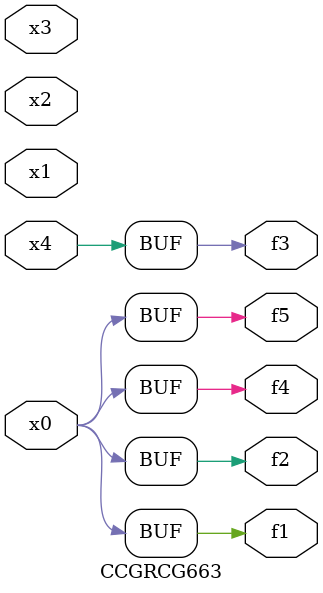
<source format=v>
module CCGRCG663(
	input x0, x1, x2, x3, x4,
	output f1, f2, f3, f4, f5
);
	assign f1 = x0;
	assign f2 = x0;
	assign f3 = x4;
	assign f4 = x0;
	assign f5 = x0;
endmodule

</source>
